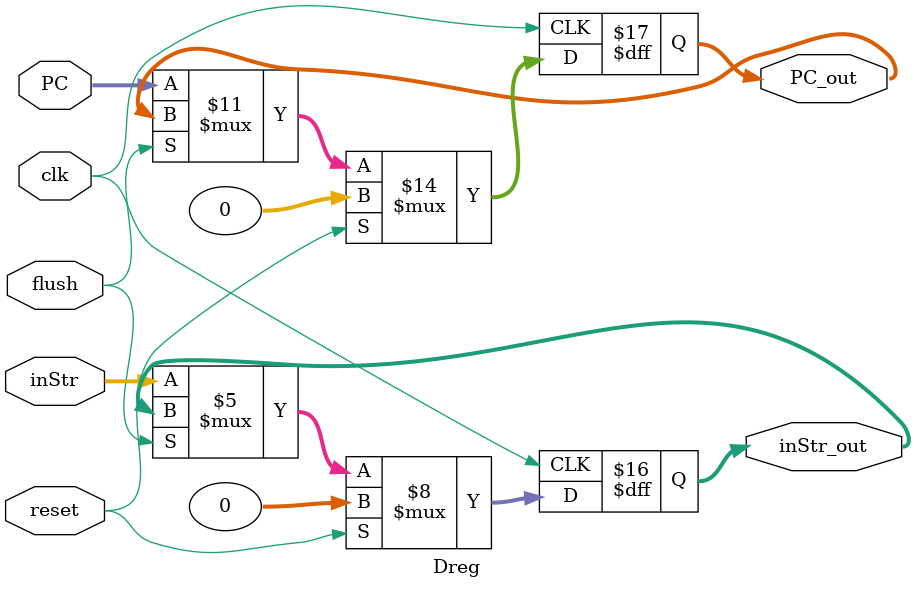
<source format=v>
`timescale 1ns / 1ps

module Dreg(
  input clk,
  input reset,
  input flush,
  input [31:0] inStr,
  input [31:0] PC,
  output reg [31:0] inStr_out,
  output reg [31:0] PC_out
    );

always @(posedge clk) begin
  if(reset==1) begin
    PC_out<=0;
    inStr_out<=0;
  end

  else if(flush==1) begin
    PC_out<=PC_out;
    inStr_out<=inStr_out;
  end

  else begin
    PC_out<=PC;
    inStr_out<=inStr;
  end
end

endmodule

</source>
